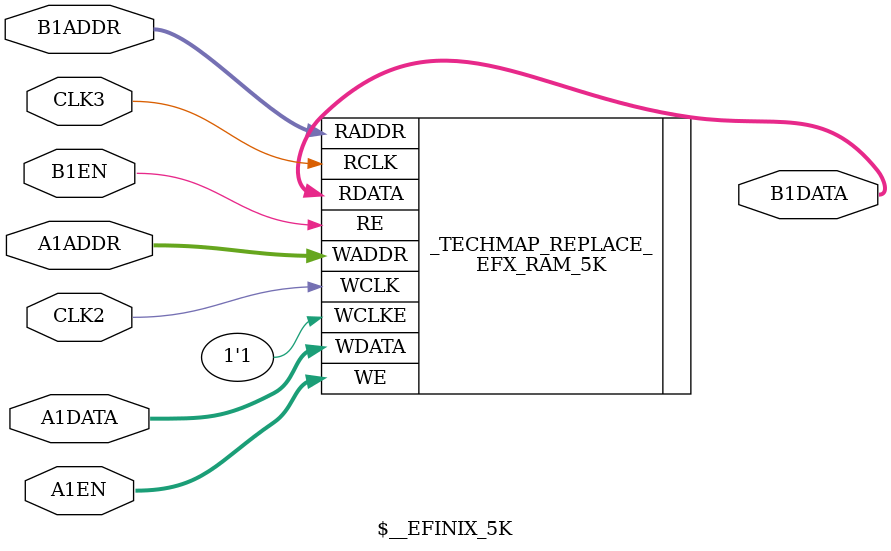
<source format=v>
module \$__EFINIX_5K (CLK2, CLK3, A1ADDR, A1DATA, A1EN, B1ADDR, B1DATA, B1EN);
	parameter CFG_ABITS = 8;
	parameter CFG_DBITS = 20;
	parameter CFG_ENABLE_A = 2;

	parameter CLKPOL2 = 1;
	parameter CLKPOL3 = 1;
	parameter [5119:0] INIT = 5119'bx;
	parameter TRANSP2 = 0;

	input CLK2;
	input CLK3;

	input [CFG_ABITS-1:0] A1ADDR;
	input [CFG_DBITS-1:0] A1DATA;
	input [CFG_ENABLE_A-1:0] A1EN;

	input [CFG_ABITS-1:0] B1ADDR;
	output [CFG_DBITS-1:0] B1DATA;
	input B1EN;

	localparam WRITEMODE_A = TRANSP2 ? "WRITE_FIRST" : "READ_FIRST";

	EFX_RAM_5K #(
   		.READ_WIDTH(CFG_DBITS),
   		.WRITE_WIDTH(CFG_DBITS),
   		.OUTPUT_REG(1'b0),
   		.RCLK_POLARITY(1'b1),
   		.RE_POLARITY(1'b1),
   		.WCLK_POLARITY(1'b1),
   		.WE_POLARITY(1'b1),
   		.WCLKE_POLARITY(1'b1),
   		.WRITE_MODE(WRITEMODE_A),
		.INIT_0(INIT[ 0*256 +: 256]),
		.INIT_1(INIT[ 1*256 +: 256]),
		.INIT_2(INIT[ 2*256 +: 256]),
		.INIT_3(INIT[ 3*256 +: 256]),
		.INIT_4(INIT[ 4*256 +: 256]),
		.INIT_5(INIT[ 5*256 +: 256]),
		.INIT_6(INIT[ 6*256 +: 256]),
		.INIT_7(INIT[ 7*256 +: 256]),
		.INIT_8(INIT[ 8*256 +: 256]),
		.INIT_9(INIT[ 9*256 +: 256]),
		.INIT_A(INIT[10*256 +: 256]),
		.INIT_B(INIT[11*256 +: 256]),
		.INIT_C(INIT[12*256 +: 256]),
		.INIT_D(INIT[13*256 +: 256]),
		.INIT_E(INIT[14*256 +: 256]),
		.INIT_F(INIT[15*256 +: 256]),
		.INIT_10(INIT[16*256 +: 256]),
		.INIT_11(INIT[17*256 +: 256]),
		.INIT_12(INIT[18*256 +: 256]),
		.INIT_13(INIT[19*256 +: 256])
	) _TECHMAP_REPLACE_ (
   		.WDATA(A1DATA),
   		.WADDR(A1ADDR),
   		.WE(A1EN),
   		.WCLK(CLK2),
   		.WCLKE(1'b1),
   		.RDATA(B1DATA),
   		.RADDR(B1ADDR),
   		.RE(B1EN),
   		.RCLK(CLK3)
	);
endmodule

</source>
